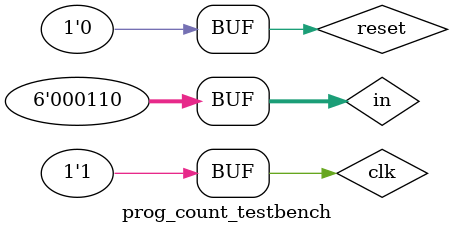
<source format=sv>
`timescale 1ns/10ps

module prog_count #(parameter WIDTH = 64) (out, in, reset, clk);
		output logic [WIDTH-1:0] out;
		input logic [WIDTH-1:0] in;
		input logic reset, clk;

		parameter delay = 0.05;

		DFF_VAR pc_64b (.q(out), .d(in), .reset, .clk);

endmodule


module prog_count_testbench();
		parameter WIDTH = 6;
		logic [WIDTH-1:0] out, in;
		logic reset, clk;
		
		prog_count #(.WIDTH(WIDTH)) dut (.out, .in, .reset, .clk);
		
		initial begin
				in = 1; clk = 0; reset = 0; #10;
				in = 2; clk = 1; reset = 1; #10;
				in = 3; clk = 0; reset = 1; #10;
				in = 4; clk = 1; reset = 0; #10;
				in = 5; clk = 0; #10;
				in = 6; clk = 1; #10;
				
		end
endmodule
</source>
